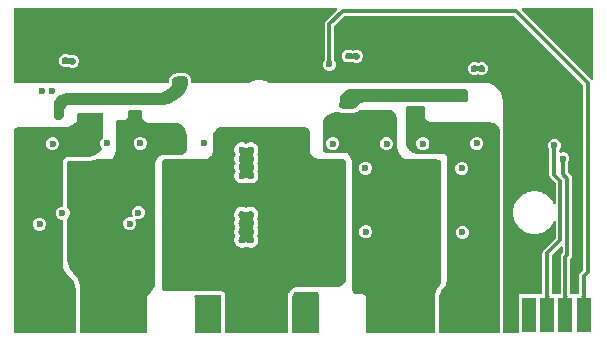
<source format=gbl>
G04*
G04 #@! TF.GenerationSoftware,Altium Limited,Altium Designer,22.5.1 (42)*
G04*
G04 Layer_Physical_Order=4*
G04 Layer_Color=16711680*
%FSLAX25Y25*%
%MOIN*%
G70*
G04*
G04 #@! TF.SameCoordinates,407AD2AB-4410-4D32-8071-BEDB4B14A2C6*
G04*
G04*
G04 #@! TF.FilePolarity,Positive*
G04*
G01*
G75*
%ADD10C,0.01000*%
%ADD13C,0.01181*%
%ADD50R,0.04724X0.11811*%
%ADD66R,0.19685X0.11811*%
%ADD67R,0.07874X0.11811*%
%ADD68C,0.02362*%
%ADD69C,0.03937*%
G36*
X464865Y367746D02*
X464884Y367518D01*
X464900Y367416D01*
X464921Y367323D01*
X464947Y367238D01*
X464978Y367162D01*
X465013Y367095D01*
X465054Y367036D01*
X465098Y366985D01*
X463445D01*
X463490Y367036D01*
X463530Y367095D01*
X463565Y367162D01*
X463596Y367238D01*
X463622Y367323D01*
X463643Y367416D01*
X463660Y367518D01*
X463672Y367628D01*
X463681Y367873D01*
X464862D01*
X464865Y367746D01*
D02*
G37*
G36*
X416545Y361933D02*
X416545D01*
X416674Y361803D01*
X416878Y361499D01*
X417018Y361160D01*
X417090Y360801D01*
X417090Y360618D01*
X417090Y360099D01*
X417090Y359624D01*
D01*
X417085Y359147D01*
X416913Y358282D01*
X416566Y357445D01*
X416063Y356692D01*
X414190Y354819D01*
X412553Y353725D01*
X410733Y352971D01*
X408801Y352587D01*
X407816Y352587D01*
X377575D01*
Y352587D01*
X377423Y352580D01*
X377126Y352520D01*
X376846Y352404D01*
X376594Y352236D01*
X376482Y352134D01*
X376482D01*
X376289Y351921D01*
X375969Y351443D01*
X375749Y350912D01*
X375637Y350348D01*
X375623Y350061D01*
Y349115D01*
X375623D01*
Y348971D01*
X375566Y348686D01*
X375455Y348419D01*
X375294Y348178D01*
X375192Y348075D01*
Y348075D01*
X375070Y347953D01*
X374783Y347761D01*
X374464Y347629D01*
X374125Y347562D01*
X373952Y347562D01*
X373426D01*
X373311Y347585D01*
X373203Y347629D01*
X373106Y347694D01*
X372401Y348399D01*
X372312Y348862D01*
Y349136D01*
X372310Y349290D01*
X372310Y351793D01*
X372320Y351994D01*
X372315Y352291D01*
X372310Y352606D01*
X372310Y352606D01*
X372345Y353092D01*
X372431Y353520D01*
X372667Y354091D01*
X373010Y354605D01*
X373603Y355197D01*
X374483Y355786D01*
X375462Y356191D01*
X376501Y356398D01*
X377030Y356398D01*
X405534Y356398D01*
X406004Y356398D01*
X406004Y356398D01*
X406004Y356398D01*
X406700Y356432D01*
X408066Y356703D01*
X409352Y357236D01*
X410509Y358010D01*
X411026Y358478D01*
X411471Y358923D01*
X411535Y358994D01*
X411642Y359153D01*
X411642Y359153D01*
X411715Y359331D01*
X411753Y359519D01*
X411757Y359615D01*
X411757Y361021D01*
X411771Y361088D01*
X411797Y361151D01*
X411835Y361207D01*
X411859Y361231D01*
X412251Y361624D01*
X412604Y361860D01*
X412996Y362022D01*
X413412Y362105D01*
X413624Y362105D01*
X416116Y362105D01*
X416545Y361933D01*
D02*
G37*
G36*
X552146Y361151D02*
X551646Y360999D01*
X551529Y361175D01*
X551529Y361175D01*
X528342Y384361D01*
X528534Y384823D01*
X552146D01*
Y361151D01*
D02*
G37*
G36*
X509425Y357776D02*
X509524Y357776D01*
X509719Y357737D01*
X509902Y357661D01*
X510068Y357551D01*
X510212Y357406D01*
X510328Y357232D01*
X510348Y357184D01*
X510449Y356728D01*
X510449Y356728D01*
X510449D01*
X510449Y356728D01*
X510447Y355966D01*
X510446Y355579D01*
X510449Y355503D01*
X510449Y355503D01*
X510449Y354621D01*
X510449Y354491D01*
X510399Y354235D01*
X510299Y353995D01*
X510154Y353779D01*
X509991Y353615D01*
X509824Y353503D01*
X509796Y353492D01*
X509339Y353387D01*
X509339Y353387D01*
X475501Y353387D01*
X475275Y353376D01*
X474833Y353288D01*
X474416Y353115D01*
X474041Y352864D01*
X473873Y352713D01*
X473873Y352713D01*
Y352713D01*
X472701Y351540D01*
X472563Y351448D01*
X472409Y351384D01*
X472246Y351352D01*
X472163Y351352D01*
X468532D01*
X468309Y351396D01*
X468100Y351483D01*
X467911Y351609D01*
X467831Y351689D01*
X467623Y351897D01*
X467554Y352001D01*
X467506Y352116D01*
X467482Y352238D01*
Y352301D01*
X467474Y352537D01*
X467474Y352694D01*
X467497Y353006D01*
X467543Y353316D01*
X467612Y353622D01*
X467657Y353771D01*
X467657Y353771D01*
Y354218D01*
X467832Y355094D01*
X468173Y355919D01*
X468646Y356627D01*
X468985Y356977D01*
X468985Y356977D01*
X468985Y356978D01*
X469348Y357310D01*
X469644Y357508D01*
X470072Y357685D01*
X470526Y357776D01*
X470758D01*
X470758Y357776D01*
X509425Y357776D01*
D02*
G37*
G36*
X484163Y350886D02*
X484395D01*
X484850Y350795D01*
X485278Y350618D01*
X485663Y350361D01*
X486037Y349986D01*
X486368Y349491D01*
X486596Y348940D01*
X486713Y348356D01*
X486713Y348058D01*
X486713Y339177D01*
X486740Y338617D01*
X486959Y337519D01*
X487387Y336484D01*
X488009Y335553D01*
X488386Y335138D01*
X488557Y334983D01*
X488940Y334727D01*
X489366Y334550D01*
X489819Y334460D01*
X490049Y334449D01*
X500091D01*
Y334449D01*
X500257D01*
X500582Y334384D01*
X500887Y334258D01*
X501162Y334074D01*
X501326Y333910D01*
X501400Y333800D01*
X501450Y333678D01*
X501476Y333548D01*
X501476Y333481D01*
X501476Y293748D01*
X501476Y293748D01*
Y293550D01*
X501399Y293160D01*
X501247Y292793D01*
X501026Y292463D01*
X500886Y292323D01*
X500554Y291956D01*
X500005Y291135D01*
X499626Y290222D01*
X499434Y289253D01*
X499409Y288758D01*
Y288742D01*
X499409Y288742D01*
Y288603D01*
X499382Y288468D01*
X499382Y287971D01*
X499382Y287971D01*
X499382Y287500D01*
Y276962D01*
X499358Y276838D01*
X499257Y276594D01*
X476397D01*
Y288386D01*
X476321Y288770D01*
X476103Y289095D01*
X475778Y289313D01*
X475394Y289389D01*
X472619D01*
X472413Y289595D01*
X472041Y290152D01*
X471784Y290771D01*
X471654Y291428D01*
Y291763D01*
Y333468D01*
X471654Y333468D01*
X471654Y333468D01*
X471634Y333863D01*
X471616Y333952D01*
X471480Y334638D01*
X471177Y335368D01*
X470738Y336026D01*
X470472Y336319D01*
X470375Y336407D01*
X470156Y336554D01*
X469912Y336655D01*
X469654Y336706D01*
X469522Y336713D01*
X462811Y336713D01*
X462681Y336738D01*
X462558Y336789D01*
X462448Y336863D01*
X462331Y336980D01*
X462221Y337145D01*
X462145Y337328D01*
X462106Y337523D01*
Y346569D01*
X462248Y347283D01*
X462527Y347956D01*
X462931Y348562D01*
X463517Y349147D01*
X464287Y349661D01*
X465143Y350016D01*
X466052Y350197D01*
X466516Y350197D01*
X467545D01*
X467562Y350185D01*
X467772Y350098D01*
X467907Y350071D01*
X468035Y350018D01*
X468258Y349974D01*
X468396D01*
X468532Y349947D01*
X472163D01*
X472246Y349947D01*
X472382Y349974D01*
X472520Y349974D01*
X472683Y350007D01*
X472769Y350042D01*
X472827Y350063D01*
X472947Y350086D01*
X472948Y350087D01*
X473100Y350150D01*
X473204Y350197D01*
X473303Y350202D01*
X473497Y350240D01*
X473497Y350240D01*
X473680Y350316D01*
X473844Y350426D01*
X473917Y350492D01*
X474011Y350586D01*
X474231Y350733D01*
X474476Y350834D01*
X474735Y350886D01*
X474868Y350886D01*
X484163Y350886D01*
Y350886D01*
D02*
G37*
G36*
X388878Y341603D02*
X388818Y341578D01*
X388209Y340969D01*
X387879Y340173D01*
Y339312D01*
X388209Y338516D01*
X388452Y338272D01*
X388342Y338008D01*
X387828Y337237D01*
X387500Y336910D01*
X387125Y336535D01*
X386245Y335947D01*
X385266Y335541D01*
X384228Y335335D01*
X383698Y335335D01*
Y335335D01*
X383698Y335335D01*
Y335335D01*
X377172Y335335D01*
X377008Y335327D01*
X376685Y335262D01*
X376380Y335136D01*
X376106Y334953D01*
X375984Y334842D01*
X375984Y334842D01*
X375984Y334842D01*
X375782Y334641D01*
X375674Y334521D01*
X375673Y334520D01*
X375653Y334490D01*
X375492Y334249D01*
X375367Y333947D01*
X375303Y333628D01*
X375295Y333465D01*
Y318701D01*
X374766D01*
X373970Y318371D01*
X373361Y317762D01*
X373031Y316966D01*
Y316105D01*
X373361Y315309D01*
X373970Y314700D01*
X374766Y314370D01*
X375295D01*
Y300000D01*
X375320Y299488D01*
X375520Y298482D01*
X375912Y297536D01*
X376482Y296684D01*
X376826Y296304D01*
X376826Y296304D01*
X376826Y296304D01*
X377596Y295534D01*
X378125Y295005D01*
X378957Y293759D01*
X379531Y292375D01*
X379823Y290906D01*
X379823Y290158D01*
X379823D01*
X379823Y290158D01*
Y276594D01*
X359271D01*
Y344670D01*
X359663Y344931D01*
X360213Y345159D01*
X360797Y345276D01*
X361095Y345276D01*
X361095Y345276D01*
X376160D01*
X376654Y345300D01*
X377623Y345493D01*
X378536Y345871D01*
X379358Y346420D01*
X379724Y346752D01*
X379813Y346850D01*
X379959Y347069D01*
X380060Y347312D01*
X380112Y347571D01*
X380118Y347702D01*
X380118Y347702D01*
Y349197D01*
X380144Y349327D01*
X380195Y349449D01*
X380268Y349559D01*
X380362Y349653D01*
X380472Y349727D01*
X380594Y349777D01*
X380724Y349803D01*
X380790Y349803D01*
X380790Y349803D01*
X388878D01*
X388878Y341603D01*
D02*
G37*
G36*
X401476Y350886D02*
X401547Y350816D01*
X401657Y350651D01*
X401666Y350629D01*
X401772Y350173D01*
X401772Y350173D01*
X401772D01*
X401772Y350173D01*
Y349006D01*
X401783Y348775D01*
X401873Y348323D01*
X402049Y347897D01*
X402306Y347514D01*
X402461Y347342D01*
X402680Y347143D01*
X403173Y346814D01*
X403721Y346587D01*
X404303Y346471D01*
X404599Y346457D01*
X413772Y346457D01*
X413938Y346457D01*
X414263Y346392D01*
X414568Y346266D01*
X414844Y346082D01*
X414961Y345965D01*
X415382Y345543D01*
X416044Y344553D01*
X416500Y343452D01*
X416732Y342283D01*
X416732Y341687D01*
X416732D01*
X416732Y341687D01*
X416732Y337901D01*
X416732Y337735D01*
X416668Y337411D01*
X416541Y337105D01*
X416357Y336830D01*
X416030Y336502D01*
X415534Y336171D01*
X414984Y335943D01*
X414399Y335827D01*
X408332Y335827D01*
X408201Y335820D01*
X407942Y335769D01*
X407699Y335668D01*
X407480Y335522D01*
X407382Y335433D01*
X407116Y335140D01*
X406677Y334483D01*
X406374Y333752D01*
X406238Y333066D01*
X406220Y332977D01*
X406201Y332582D01*
X406201Y332582D01*
X406201Y332582D01*
X406201Y294003D01*
X406201Y293407D01*
X405968Y292239D01*
X405512Y291138D01*
X404850Y290147D01*
X404429Y289726D01*
X404429Y289726D01*
X404194Y289323D01*
X404144Y289313D01*
X403818Y289095D01*
X403601Y288770D01*
X403524Y288386D01*
Y276594D01*
X381228D01*
Y290158D01*
X381228Y290158D01*
X381228Y290906D01*
X381201Y291042D01*
Y291180D01*
X381102Y291675D01*
Y291687D01*
X381073Y292280D01*
X380842Y293443D01*
X380388Y294539D01*
X379729Y295525D01*
X379331Y295965D01*
X379331Y295965D01*
X378722Y296573D01*
X377766Y298004D01*
X377107Y299594D01*
X376772Y301282D01*
Y302143D01*
Y314491D01*
X377245Y314964D01*
X377582Y315548D01*
X377756Y316198D01*
Y316872D01*
X377582Y317523D01*
X377245Y318107D01*
X376772Y318580D01*
Y333635D01*
X376783Y333653D01*
X376800Y333672D01*
X376953Y333824D01*
X376973Y333843D01*
X377046Y333891D01*
X377094Y333911D01*
X377180Y333928D01*
X377207Y333930D01*
X383698Y333930D01*
X384228Y333930D01*
X384363Y333957D01*
X384502D01*
X385541Y334163D01*
X385668Y334216D01*
X385804Y334243D01*
X386776Y334646D01*
X391831D01*
X392096Y334939D01*
X392536Y335596D01*
X392838Y336327D01*
X392992Y337102D01*
X393012Y337497D01*
X393012Y337497D01*
Y346752D01*
X393012Y346799D01*
X393030Y346891D01*
X393066Y346977D01*
X393118Y347055D01*
X393151Y347088D01*
X393209Y347146D01*
X393326Y347263D01*
X393601Y347447D01*
X393907Y347573D01*
X394231Y347638D01*
X394397Y347638D01*
X394397Y347638D01*
X395801D01*
X395933Y347644D01*
X396192Y347696D01*
X396435Y347797D01*
X396654Y347943D01*
X396752Y348031D01*
X396863Y348154D01*
X397046Y348428D01*
X397172Y348732D01*
X397236Y349055D01*
X397244Y349220D01*
X397244Y349220D01*
Y350511D01*
X397363Y350644D01*
X397485Y350766D01*
X397619Y350886D01*
X401476Y350886D01*
D02*
G37*
G36*
X539978Y338165D02*
X539938Y338106D01*
X539903Y338038D01*
X539872Y337962D01*
X539846Y337877D01*
X539825Y337784D01*
X539808Y337683D01*
X539797Y337573D01*
X539787Y337327D01*
X538606D01*
X538604Y337454D01*
X538585Y337683D01*
X538568Y337784D01*
X538547Y337877D01*
X538521Y337962D01*
X538490Y338038D01*
X538455Y338106D01*
X538415Y338165D01*
X538370Y338215D01*
X540023D01*
X539978Y338165D01*
D02*
G37*
G36*
X455759Y345177D02*
X455958Y345177D01*
X456347Y345100D01*
X456714Y344948D01*
X457045Y344727D01*
X457302Y344470D01*
X457486Y344194D01*
X457613Y343889D01*
X457619Y343857D01*
X457677Y343399D01*
Y343398D01*
X457677D01*
X457677Y343398D01*
X457659Y337500D01*
X457659Y337381D01*
X457677Y337008D01*
X457677D01*
X457682Y336915D01*
X457718Y336732D01*
X457789Y336560D01*
X457893Y336405D01*
X457956Y336336D01*
X457956D01*
X458957Y335335D01*
X459128Y335180D01*
X459511Y334923D01*
X459937Y334747D01*
X460390Y334657D01*
X460620Y334646D01*
X468538Y334646D01*
X468670Y334646D01*
X468930Y334594D01*
X469174Y334493D01*
X469395Y334346D01*
X469488Y334252D01*
X469558Y334182D01*
X469669Y334017D01*
X469678Y333995D01*
X469783Y333539D01*
X469783Y333539D01*
X469783D01*
X469783Y333539D01*
X469783Y296167D01*
X469775Y295703D01*
X469775Y295703D01*
X469775Y295703D01*
X469775Y295703D01*
X469783Y294675D01*
X469783Y294443D01*
X469693Y293989D01*
X469516Y293561D01*
X469258Y293176D01*
X468790Y292708D01*
X468075Y292230D01*
X467280Y291900D01*
X466436Y291732D01*
X453099Y291732D01*
X452901Y291722D01*
X452514Y291645D01*
X452148Y291494D01*
X451820Y291275D01*
X451673Y291142D01*
X451474Y290922D01*
X451145Y290429D01*
X450951Y289961D01*
X450405D01*
Y276594D01*
X429539D01*
Y289961D01*
X429232D01*
X429061Y290116D01*
X428678Y290372D01*
X428252Y290548D01*
X427800Y290638D01*
X427569Y290650D01*
X427569Y290650D01*
X427569Y290650D01*
X427569Y290650D01*
X409176D01*
X408982Y290688D01*
X408798Y290764D01*
X408633Y290875D01*
X408516Y290992D01*
X408443Y291102D01*
X408392Y291224D01*
X408366Y291354D01*
X408366Y291420D01*
Y332842D01*
X408366Y333042D01*
X408444Y333435D01*
X408597Y333805D01*
X408820Y334138D01*
X408961Y334279D01*
X409033Y334351D01*
X409103Y334421D01*
X409104Y334422D01*
X414399Y334422D01*
X414535Y334449D01*
X414674D01*
X415258Y334565D01*
X415386Y334618D01*
X415521Y334645D01*
X415523Y334646D01*
X423241D01*
X423378Y334652D01*
X423645Y334705D01*
X423897Y334810D01*
X424123Y334961D01*
X424224Y335053D01*
X424670Y335498D01*
X424811Y335654D01*
X425043Y336002D01*
X425203Y336388D01*
X425285Y336799D01*
X425295Y337008D01*
X425295Y337008D01*
Y342042D01*
X425437Y342756D01*
X425716Y343428D01*
X426121Y344034D01*
X426378Y344291D01*
X426589Y344502D01*
X427084Y344833D01*
X427634Y345061D01*
X428219Y345177D01*
X428516D01*
X428516Y345177D01*
X455759Y345177D01*
D02*
G37*
G36*
X542867Y333775D02*
X542827Y333716D01*
X542792Y333649D01*
X542761Y333573D01*
X542735Y333488D01*
X542714Y333395D01*
X542697Y333293D01*
X542685Y333183D01*
X542676Y332938D01*
X541495D01*
X541492Y333065D01*
X541473Y333293D01*
X541457Y333395D01*
X541436Y333488D01*
X541410Y333573D01*
X541379Y333649D01*
X541343Y333716D01*
X541303Y333775D01*
X541258Y333826D01*
X542912D01*
X542867Y333775D01*
D02*
G37*
G36*
X466933Y384361D02*
X463136Y380564D01*
X462788Y380044D01*
X462666Y379429D01*
X462666Y379429D01*
Y367662D01*
X462665Y367652D01*
X462658Y367609D01*
X462652Y367585D01*
X462436Y367368D01*
X462106Y366572D01*
Y365711D01*
X462436Y364915D01*
X463045Y364306D01*
X463841Y363976D01*
X464702D01*
X465498Y364306D01*
X466107Y364915D01*
X466437Y365711D01*
Y366572D01*
X466107Y367368D01*
X465891Y367585D01*
X465885Y367609D01*
X465880Y367640D01*
X465877Y367676D01*
Y378764D01*
X469464Y382351D01*
X525811D01*
X548788Y359374D01*
Y297417D01*
X547892Y296521D01*
X547544Y296000D01*
X547422Y295386D01*
X547422Y295386D01*
Y289567D01*
X544530D01*
Y301255D01*
X544738Y301462D01*
X544738Y301462D01*
X545086Y301983D01*
X545208Y302598D01*
X545208Y302598D01*
Y328045D01*
X545208Y328045D01*
X545086Y328659D01*
X544738Y329180D01*
X544738Y329180D01*
X543691Y330227D01*
Y333149D01*
X543692Y333159D01*
X543699Y333202D01*
X543704Y333226D01*
X543921Y333443D01*
X544251Y334239D01*
Y335100D01*
X543921Y335896D01*
X543312Y336505D01*
X542516Y336835D01*
X541655D01*
X541302Y336689D01*
X540802Y337023D01*
Y337539D01*
X540803Y337548D01*
X540810Y337592D01*
X540816Y337615D01*
X541032Y337832D01*
X541362Y338628D01*
Y339489D01*
X541032Y340285D01*
X540423Y340894D01*
X539627Y341224D01*
X538766D01*
X537970Y340894D01*
X537361Y340285D01*
X537031Y339489D01*
Y338628D01*
X537361Y337832D01*
X537577Y337615D01*
X537583Y337592D01*
X537588Y337561D01*
X537591Y337524D01*
Y329129D01*
X537591Y329129D01*
X537713Y328514D01*
X538061Y327993D01*
X539635Y326420D01*
Y319576D01*
X539135Y319476D01*
X538926Y319979D01*
X538871Y320061D01*
X538834Y320152D01*
X538166Y321152D01*
X538096Y321222D01*
X538041Y321304D01*
X537191Y322154D01*
X537109Y322209D01*
X537039Y322279D01*
X536039Y322946D01*
X535948Y322984D01*
X535866Y323039D01*
X534755Y323499D01*
X534658Y323518D01*
X534567Y323556D01*
X533388Y323791D01*
X533289D01*
X533192Y323810D01*
X531990D01*
X531893Y323791D01*
X531795D01*
X530616Y323556D01*
X530524Y323518D01*
X530427Y323499D01*
X529317Y323039D01*
X529235Y322984D01*
X529143Y322946D01*
X528144Y322279D01*
X528074Y322209D01*
X527992Y322154D01*
X527142Y321304D01*
X527087Y321222D01*
X527017Y321152D01*
X526349Y320152D01*
X526311Y320061D01*
X526256Y319979D01*
X525796Y318868D01*
X525777Y318771D01*
X525739Y318680D01*
X525505Y317501D01*
Y317402D01*
X525485Y317305D01*
Y316103D01*
X525505Y316006D01*
Y315907D01*
X525739Y314728D01*
X525777Y314637D01*
X525796Y314540D01*
X526256Y313430D01*
X526311Y313347D01*
X526349Y313256D01*
X527017Y312257D01*
X527087Y312187D01*
X527142Y312105D01*
X527992Y311255D01*
X528074Y311200D01*
X528144Y311130D01*
X529143Y310462D01*
X529235Y310424D01*
X529317Y310369D01*
X530427Y309909D01*
X530524Y309890D01*
X530616Y309852D01*
X531795Y309617D01*
X531893D01*
X531990Y309598D01*
X533192D01*
X533289Y309617D01*
X533388D01*
X534567Y309852D01*
X534658Y309890D01*
X534755Y309909D01*
X535866Y310369D01*
X535948Y310424D01*
X536039Y310462D01*
X537039Y311130D01*
X537109Y311200D01*
X537191Y311255D01*
X538041Y312105D01*
X538096Y312187D01*
X538166Y312257D01*
X538834Y313256D01*
X538871Y313347D01*
X538926Y313430D01*
X539135Y313932D01*
X539635Y313833D01*
Y308145D01*
X535687Y304198D01*
X535339Y303677D01*
X535217Y303063D01*
X535217Y303063D01*
Y289567D01*
X527374D01*
Y276594D01*
X522218D01*
Y353284D01*
X522186Y353934D01*
X521932Y355208D01*
X521435Y356409D01*
X520713Y357490D01*
X520276Y357972D01*
X520276Y357972D01*
X519762Y358437D01*
X518612Y359206D01*
X517334Y359735D01*
X515977Y360005D01*
X515286Y360039D01*
X444008D01*
X442963Y360472D01*
X442866Y360491D01*
X442775Y360529D01*
X441596Y360764D01*
X441497D01*
X441400Y360783D01*
X440198D01*
X440101Y360764D01*
X440002D01*
X438824Y360529D01*
X438732Y360491D01*
X438635Y360472D01*
X437590Y360039D01*
X418576D01*
X418093Y360099D01*
X418093Y360618D01*
X418093Y360801D01*
X418074Y360898D01*
Y360997D01*
X418002Y361356D01*
X417965Y361447D01*
X417945Y361544D01*
X417805Y361883D01*
X417750Y361965D01*
X417712Y362056D01*
X417509Y362361D01*
X417439Y362431D01*
X417384Y362513D01*
X417254Y362642D01*
X417250Y362646D01*
X417247Y362650D01*
X417088Y362754D01*
X416929Y362860D01*
X416923Y362861D01*
X416919Y362864D01*
X416490Y363036D01*
X416302Y363071D01*
X416116Y363108D01*
X413624Y363108D01*
X413412Y363108D01*
X413315Y363089D01*
X413216D01*
X412800Y363006D01*
X412709Y362968D01*
X412612Y362949D01*
X412220Y362787D01*
X412138Y362732D01*
X412046Y362694D01*
X411694Y362458D01*
X411624Y362389D01*
X411542Y362334D01*
X411149Y361941D01*
X411149Y361941D01*
X411149Y361941D01*
X411125Y361917D01*
X411070Y361835D01*
X411000Y361765D01*
X410962Y361708D01*
X410924Y361617D01*
X410870Y361535D01*
X410844Y361472D01*
X410824Y361375D01*
X410813Y361347D01*
Y361347D01*
X410786Y361283D01*
X410773Y361217D01*
Y361118D01*
X410754Y361021D01*
X410754Y360039D01*
X359271D01*
Y384823D01*
X466742D01*
X466933Y384361D01*
D02*
G37*
G36*
X541997Y305313D02*
Y303263D01*
X541789Y303056D01*
X541441Y302535D01*
X541319Y301920D01*
X541319Y301920D01*
Y289567D01*
X538428D01*
Y302398D01*
X541535Y305504D01*
X541997Y305313D01*
D02*
G37*
G36*
X549624Y289527D02*
X549641Y289327D01*
X549671Y289149D01*
X549712Y288996D01*
X549765Y288866D01*
X549830Y288760D01*
X549907Y288677D01*
X549996Y288618D01*
X550096Y288582D01*
X550208Y288571D01*
X547846D01*
X547958Y288582D01*
X548059Y288618D01*
X548147Y288677D01*
X548224Y288760D01*
X548289Y288866D01*
X548342Y288996D01*
X548384Y289149D01*
X548413Y289327D01*
X548431Y289527D01*
X548437Y289752D01*
X549618D01*
X549624Y289527D01*
D02*
G37*
G36*
X543521D02*
X543539Y289327D01*
X543569Y289149D01*
X543610Y288996D01*
X543663Y288866D01*
X543728Y288760D01*
X543805Y288677D01*
X543893Y288618D01*
X543994Y288582D01*
X544106Y288571D01*
X541744D01*
X541856Y288582D01*
X541956Y288618D01*
X542045Y288677D01*
X542122Y288760D01*
X542187Y288866D01*
X542240Y288996D01*
X542281Y289149D01*
X542311Y289327D01*
X542328Y289527D01*
X542334Y289752D01*
X543515D01*
X543521Y289527D01*
D02*
G37*
G36*
X537419D02*
X537437Y289327D01*
X537466Y289149D01*
X537507Y288996D01*
X537561Y288866D01*
X537626Y288760D01*
X537702Y288677D01*
X537791Y288618D01*
X537891Y288582D01*
X538004Y288571D01*
X535641D01*
X535754Y288582D01*
X535854Y288618D01*
X535943Y288677D01*
X536019Y288760D01*
X536084Y288866D01*
X536137Y288996D01*
X536179Y289149D01*
X536208Y289327D01*
X536226Y289527D01*
X536232Y289752D01*
X537413D01*
X537419Y289527D01*
D02*
G37*
G36*
X495711Y352367D02*
X495711Y352367D01*
X495853Y352155D01*
X495951Y351919D01*
X496001Y351668D01*
X496000Y351540D01*
X496001Y348699D01*
X496006Y348588D01*
X496049Y348370D01*
X496135Y348164D01*
X496258Y347979D01*
X496333Y347896D01*
X496599Y347656D01*
X497193Y347258D01*
X497855Y346984D01*
X498557Y346845D01*
X498914Y346827D01*
X515551D01*
X517424Y346850D01*
X517424Y346850D01*
X517424Y346850D01*
X517425D01*
X517886Y346837D01*
X518600Y346695D01*
X519334Y346391D01*
X519995Y345950D01*
X520510Y345435D01*
X520877Y344885D01*
X521131Y344273D01*
X521260Y343624D01*
Y343293D01*
X521260Y276594D01*
X500787D01*
Y287500D01*
X500787Y287971D01*
X500787Y287971D01*
X500787Y287971D01*
X500787Y288468D01*
X500981Y289441D01*
X501361Y290359D01*
X501913Y291184D01*
X502264Y291535D01*
X502529Y291828D01*
X502967Y292484D01*
X503269Y293213D01*
X503423Y293986D01*
X503442Y294381D01*
X503442Y335298D01*
X503442Y335298D01*
X503442Y335298D01*
X503440Y335351D01*
X503419Y335455D01*
X503419Y335455D01*
X503379Y335553D01*
X503379Y335553D01*
X503320Y335641D01*
X503320Y335641D01*
X503284Y335680D01*
X503284Y335680D01*
X503237Y335723D01*
X503119Y335829D01*
X502750Y336076D01*
X502339Y336246D01*
X501903Y336333D01*
X501681Y336344D01*
X493558Y336344D01*
X493239Y336344D01*
X492613Y336469D01*
X492024Y336713D01*
X491493Y337067D01*
X491268Y337293D01*
X490879Y337681D01*
X490268Y338595D01*
X489848Y339611D01*
X489633Y340689D01*
Y351354D01*
X489675Y351564D01*
X489757Y351762D01*
X489877Y351941D01*
X490319Y352383D01*
X495695D01*
X495711Y352367D01*
D02*
G37*
G36*
X460302Y290243D02*
X460505Y289941D01*
X460644Y289604D01*
X460715Y289247D01*
Y289066D01*
Y288811D01*
X460687Y288770D01*
X460611Y288386D01*
Y276594D01*
X451810D01*
Y288878D01*
X451944Y288967D01*
Y288967D01*
X451944D01*
X452005Y289058D01*
X452249Y289423D01*
X452390Y289763D01*
X452585Y290055D01*
X452668Y290147D01*
X452687Y290164D01*
X452814Y290249D01*
X452923Y290295D01*
X453074Y290324D01*
X453133Y290327D01*
X460218Y290327D01*
X460302Y290243D01*
D02*
G37*
G36*
X427627Y289240D02*
X427842Y289197D01*
X428012Y289127D01*
X428134Y289045D01*
Y276594D01*
X419311D01*
Y288386D01*
X419239Y288745D01*
X419238Y288776D01*
X419518Y289245D01*
X427534D01*
X427627Y289240D01*
D02*
G37*
%LPC*%
G36*
X465844Y341820D02*
X464983D01*
X464187Y341491D01*
X463578Y340882D01*
X463248Y340086D01*
Y339224D01*
X463578Y338428D01*
X464187Y337819D01*
X464983Y337490D01*
X465844D01*
X466640Y337819D01*
X467249Y338428D01*
X467579Y339224D01*
Y340086D01*
X467249Y340882D01*
X466640Y341491D01*
X465844Y341820D01*
D02*
G37*
G36*
X483727Y341738D02*
X482865D01*
X482069Y341408D01*
X481460Y340799D01*
X481130Y340003D01*
Y339142D01*
X481460Y338346D01*
X482069Y337737D01*
X482865Y337407D01*
X483727D01*
X484522Y337737D01*
X485132Y338346D01*
X485461Y339142D01*
Y340003D01*
X485132Y340799D01*
X484522Y341408D01*
X483727Y341738D01*
D02*
G37*
G36*
X476693Y333676D02*
X475832D01*
X475036Y333347D01*
X474427Y332738D01*
X474097Y331942D01*
Y331080D01*
X474427Y330284D01*
X475036Y329675D01*
X475832Y329346D01*
X476693D01*
X477489Y329675D01*
X478098Y330284D01*
X478428Y331080D01*
Y331942D01*
X478098Y332738D01*
X477489Y333347D01*
X476693Y333676D01*
D02*
G37*
G36*
X476830Y312401D02*
X475969D01*
X475173Y312071D01*
X474564Y311462D01*
X474234Y310666D01*
Y309805D01*
X474564Y309009D01*
X475173Y308400D01*
X475969Y308070D01*
X476830D01*
X477626Y308400D01*
X478235Y309009D01*
X478565Y309805D01*
Y310666D01*
X478235Y311462D01*
X477626Y312071D01*
X476830Y312401D01*
D02*
G37*
G36*
X372476Y341756D02*
X371615D01*
X370819Y341427D01*
X370210Y340818D01*
X369880Y340022D01*
Y339160D01*
X370210Y338365D01*
X370819Y337755D01*
X371615Y337426D01*
X372476D01*
X373272Y337755D01*
X373881Y338365D01*
X374211Y339160D01*
Y340022D01*
X373881Y340818D01*
X373272Y341427D01*
X372476Y341756D01*
D02*
G37*
G36*
X368049Y315021D02*
X367187D01*
X366391Y314691D01*
X365782Y314082D01*
X365453Y313286D01*
Y312425D01*
X365782Y311629D01*
X366391Y311020D01*
X367187Y310690D01*
X368049D01*
X368845Y311020D01*
X369454Y311629D01*
X369783Y312425D01*
Y313286D01*
X369454Y314082D01*
X368845Y314691D01*
X368049Y315021D01*
D02*
G37*
G36*
X401547Y342028D02*
X400685D01*
X399889Y341698D01*
X399280Y341089D01*
X398951Y340293D01*
Y339432D01*
X399280Y338636D01*
X399889Y338026D01*
X400685Y337697D01*
X401547D01*
X402343Y338026D01*
X402952Y338636D01*
X403281Y339432D01*
Y340293D01*
X402952Y341089D01*
X402343Y341698D01*
X401547Y342028D01*
D02*
G37*
G36*
X401021Y318799D02*
X400160D01*
X399364Y318470D01*
X398755Y317860D01*
X398425Y317065D01*
Y316203D01*
X398723Y315483D01*
X398577Y315248D01*
X398391Y315080D01*
X398167Y315173D01*
X397305D01*
X396510Y314843D01*
X395901Y314234D01*
X395571Y313438D01*
Y312576D01*
X395901Y311781D01*
X396510Y311171D01*
X397305Y310842D01*
X398167D01*
X398963Y311171D01*
X399572Y311781D01*
X399902Y312576D01*
Y313438D01*
X399603Y314158D01*
X399749Y314393D01*
X399936Y314561D01*
X400160Y314469D01*
X401021D01*
X401817Y314798D01*
X402426Y315407D01*
X402756Y316203D01*
Y317065D01*
X402426Y317860D01*
X401817Y318470D01*
X401021Y318799D01*
D02*
G37*
G36*
X438354Y340058D02*
X437680D01*
X437030Y339884D01*
X436574Y339621D01*
X436118Y339884D01*
X435467Y340058D01*
X434793D01*
X434142Y339884D01*
X433559Y339547D01*
X433082Y339070D01*
X432746Y338487D01*
X432571Y337836D01*
Y337162D01*
X432746Y336511D01*
X432991Y336087D01*
X432746Y335663D01*
X432571Y335012D01*
Y334338D01*
X432746Y333687D01*
X432991Y333263D01*
X432746Y332839D01*
X432571Y332188D01*
Y331514D01*
X432746Y330863D01*
X432991Y330439D01*
X432746Y330015D01*
X432571Y329364D01*
Y328690D01*
X432746Y328039D01*
X433082Y327456D01*
X433559Y326979D01*
X434142Y326642D01*
X434793Y326468D01*
X435467D01*
X436118Y326642D01*
X436574Y326906D01*
X437030Y326642D01*
X437680Y326468D01*
X438354D01*
X439005Y326642D01*
X439589Y326979D01*
X440065Y327456D01*
X440402Y328039D01*
X440577Y328690D01*
Y329364D01*
X440402Y330015D01*
X440157Y330439D01*
X440402Y330863D01*
X440577Y331514D01*
Y332188D01*
X440402Y332839D01*
X440157Y333263D01*
X440402Y333687D01*
X440577Y334338D01*
Y335012D01*
X440402Y335663D01*
X440157Y336087D01*
X440402Y336511D01*
X440577Y337162D01*
Y337836D01*
X440402Y338487D01*
X440065Y339070D01*
X439589Y339547D01*
X439005Y339884D01*
X438354Y340058D01*
D02*
G37*
G36*
X438289Y318602D02*
X437616D01*
X436965Y318428D01*
X436496Y318157D01*
X436027Y318428D01*
X435376Y318602D01*
X434702D01*
X434052Y318428D01*
X433468Y318091D01*
X432992Y317615D01*
X432655Y317031D01*
X432480Y316380D01*
Y315706D01*
X432655Y315055D01*
X432902Y314628D01*
X432655Y314200D01*
X432480Y313549D01*
Y312875D01*
X432655Y312224D01*
X432902Y311796D01*
X432655Y311369D01*
X432480Y310718D01*
Y310044D01*
X432655Y309393D01*
X432902Y308965D01*
X432655Y308538D01*
X432480Y307887D01*
Y307213D01*
X432655Y306562D01*
X432992Y305978D01*
X433468Y305502D01*
X434052Y305165D01*
X434702Y304991D01*
X435376D01*
X436027Y305165D01*
X436496Y305436D01*
X436965Y305165D01*
X437616Y304991D01*
X438289D01*
X438940Y305165D01*
X439524Y305502D01*
X440000Y305978D01*
X440337Y306562D01*
X440512Y307213D01*
Y307887D01*
X440337Y308538D01*
X440090Y308965D01*
X440337Y309393D01*
X440512Y310044D01*
Y310718D01*
X440337Y311369D01*
X440090Y311796D01*
X440337Y312224D01*
X440512Y312875D01*
Y313549D01*
X440337Y314200D01*
X440090Y314628D01*
X440337Y315055D01*
X440512Y315706D01*
Y316380D01*
X440337Y317031D01*
X440000Y317615D01*
X439524Y318091D01*
X438940Y318428D01*
X438289Y318602D01*
D02*
G37*
%LPD*%
G36*
X438463Y338575D02*
X438726Y338423D01*
X438941Y338208D01*
X439093Y337945D01*
X439172Y337651D01*
Y337347D01*
X439093Y337054D01*
X438940Y336790D01*
X438881Y336616D01*
X438800Y336451D01*
X438794Y336358D01*
X438764Y336270D01*
X438776Y336087D01*
X438764Y335904D01*
X438794Y335816D01*
X438800Y335723D01*
X438881Y335559D01*
X438940Y335385D01*
X439093Y335121D01*
X439172Y334827D01*
Y334523D01*
X439093Y334230D01*
X438940Y333966D01*
X438881Y333792D01*
X438800Y333627D01*
X438794Y333534D01*
X438764Y333447D01*
X438776Y333263D01*
X438764Y333080D01*
X438794Y332992D01*
X438800Y332899D01*
X438881Y332735D01*
X438940Y332561D01*
X439093Y332297D01*
X439172Y332003D01*
Y331699D01*
X439093Y331406D01*
X438940Y331142D01*
X438881Y330968D01*
X438800Y330803D01*
X438794Y330710D01*
X438764Y330623D01*
X438776Y330439D01*
X438764Y330256D01*
X438794Y330168D01*
X438800Y330076D01*
X438881Y329911D01*
X438940Y329737D01*
X439093Y329473D01*
X439172Y329179D01*
Y328875D01*
X439093Y328582D01*
X438941Y328319D01*
X438726Y328104D01*
X438463Y327952D01*
X438169Y327873D01*
X437865D01*
X437572Y327952D01*
X437276Y328122D01*
X437102Y328182D01*
X436938Y328263D01*
X436845Y328269D01*
X436757Y328299D01*
X436574Y328287D01*
X436390Y328299D01*
X436303Y328269D01*
X436210Y328263D01*
X436045Y328182D01*
X435871Y328122D01*
X435576Y327952D01*
X435282Y327873D01*
X434978D01*
X434685Y327952D01*
X434422Y328104D01*
X434207Y328319D01*
X434055Y328582D01*
X433976Y328875D01*
Y329179D01*
X434055Y329473D01*
X434207Y329737D01*
X434266Y329911D01*
X434348Y330076D01*
X434354Y330168D01*
X434383Y330256D01*
X434372Y330439D01*
X434383Y330623D01*
X434354Y330710D01*
X434348Y330803D01*
X434266Y330968D01*
X434207Y331142D01*
X434055Y331406D01*
X433976Y331699D01*
Y332003D01*
X434055Y332297D01*
X434207Y332561D01*
X434266Y332735D01*
X434348Y332899D01*
X434354Y332992D01*
X434383Y333080D01*
X434372Y333263D01*
X434383Y333447D01*
X434354Y333534D01*
X434348Y333627D01*
X434266Y333792D01*
X434207Y333966D01*
X434055Y334230D01*
X433976Y334523D01*
Y334827D01*
X434055Y335121D01*
X434207Y335385D01*
X434266Y335559D01*
X434348Y335723D01*
X434354Y335816D01*
X434383Y335904D01*
X434372Y336087D01*
X434383Y336270D01*
X434354Y336358D01*
X434348Y336451D01*
X434266Y336616D01*
X434207Y336790D01*
X434055Y337054D01*
X433976Y337347D01*
Y337651D01*
X434055Y337945D01*
X434207Y338208D01*
X434422Y338423D01*
X434685Y338575D01*
X434978Y338653D01*
X435282D01*
X435576Y338575D01*
X435871Y338404D01*
X436045Y338345D01*
X436210Y338264D01*
X436303Y338258D01*
X436390Y338228D01*
X436574Y338240D01*
X436757Y338228D01*
X436845Y338258D01*
X436938Y338264D01*
X437102Y338345D01*
X437276Y338404D01*
X437572Y338575D01*
X437865Y338653D01*
X438169D01*
X438463Y338575D01*
D02*
G37*
G36*
X438398Y317119D02*
X438661Y316967D01*
X438876Y316752D01*
X439028Y316489D01*
X439107Y316195D01*
Y315891D01*
X439028Y315598D01*
X438873Y315330D01*
X438814Y315156D01*
X438733Y314991D01*
X438727Y314899D01*
X438697Y314811D01*
X438709Y314628D01*
X438697Y314444D01*
X438727Y314357D01*
X438733Y314264D01*
X438814Y314099D01*
X438873Y313925D01*
X439028Y313658D01*
X439107Y313364D01*
Y313060D01*
X439028Y312767D01*
X438873Y312499D01*
X438814Y312325D01*
X438733Y312160D01*
X438727Y312068D01*
X438697Y311980D01*
X438709Y311796D01*
X438697Y311613D01*
X438727Y311525D01*
X438733Y311433D01*
X438814Y311268D01*
X438873Y311094D01*
X439028Y310826D01*
X439107Y310533D01*
Y310229D01*
X439028Y309935D01*
X438873Y309668D01*
X438814Y309494D01*
X438733Y309329D01*
X438727Y309237D01*
X438697Y309149D01*
X438709Y308965D01*
X438697Y308782D01*
X438727Y308694D01*
X438733Y308602D01*
X438814Y308437D01*
X438873Y308263D01*
X439028Y307995D01*
X439107Y307702D01*
Y307398D01*
X439028Y307104D01*
X438876Y306841D01*
X438661Y306626D01*
X438398Y306474D01*
X438104Y306396D01*
X437801D01*
X437507Y306474D01*
X437198Y306652D01*
X437024Y306712D01*
X436860Y306793D01*
X436767Y306799D01*
X436679Y306829D01*
X436496Y306817D01*
X436313Y306829D01*
X436225Y306799D01*
X436132Y306793D01*
X435967Y306712D01*
X435793Y306652D01*
X435485Y306474D01*
X435191Y306396D01*
X434887D01*
X434594Y306474D01*
X434331Y306626D01*
X434116Y306841D01*
X433964Y307104D01*
X433885Y307398D01*
Y307702D01*
X433964Y307995D01*
X434119Y308263D01*
X434177Y308437D01*
X434259Y308602D01*
X434265Y308694D01*
X434295Y308782D01*
X434283Y308965D01*
X434295Y309149D01*
X434265Y309237D01*
X434259Y309329D01*
X434177Y309494D01*
X434119Y309668D01*
X433964Y309935D01*
X433885Y310229D01*
Y310533D01*
X433964Y310826D01*
X434119Y311094D01*
X434177Y311268D01*
X434259Y311433D01*
X434265Y311525D01*
X434295Y311613D01*
X434283Y311796D01*
X434295Y311980D01*
X434265Y312068D01*
X434259Y312160D01*
X434177Y312325D01*
X434119Y312499D01*
X433964Y312767D01*
X433885Y313060D01*
Y313364D01*
X433964Y313658D01*
X434119Y313925D01*
X434177Y314099D01*
X434259Y314264D01*
X434265Y314357D01*
X434295Y314444D01*
X434283Y314628D01*
X434295Y314811D01*
X434265Y314899D01*
X434259Y314991D01*
X434177Y315156D01*
X434119Y315330D01*
X433964Y315598D01*
X433885Y315891D01*
Y316195D01*
X433964Y316489D01*
X434116Y316752D01*
X434331Y316967D01*
X434594Y317119D01*
X434887Y317197D01*
X435191D01*
X435485Y317119D01*
X435793Y316941D01*
X435967Y316881D01*
X436132Y316800D01*
X436225Y316794D01*
X436313Y316764D01*
X436496Y316776D01*
X436679Y316764D01*
X436767Y316794D01*
X436860Y316800D01*
X437024Y316881D01*
X437198Y316941D01*
X437507Y317119D01*
X437801Y317197D01*
X438104D01*
X438398Y317119D01*
D02*
G37*
%LPC*%
G36*
X471128Y371051D02*
X470266D01*
X469470Y370721D01*
X468861Y370112D01*
X468532Y369316D01*
Y368455D01*
X468861Y367659D01*
X469470Y367050D01*
X470266Y366720D01*
X471128D01*
X471923Y367050D01*
X471932Y367058D01*
X471949Y367040D01*
X472745Y366711D01*
X473606D01*
X474402Y367040D01*
X475011Y367650D01*
X475341Y368445D01*
Y369307D01*
X475011Y370103D01*
X474402Y370712D01*
X473606Y371041D01*
X472745D01*
X471949Y370712D01*
X471941Y370704D01*
X471923Y370721D01*
X471128Y371051D01*
D02*
G37*
G36*
X376630Y369390D02*
X375769D01*
X374973Y369060D01*
X374364Y368451D01*
X374035Y367655D01*
Y366794D01*
X374364Y365998D01*
X374973Y365389D01*
X375769Y365059D01*
X376630D01*
X377293Y365334D01*
X377295Y365331D01*
X378091Y365002D01*
X378953D01*
X379749Y365331D01*
X380358Y365940D01*
X380687Y366736D01*
Y367598D01*
X380358Y368394D01*
X379749Y369003D01*
X378953Y369332D01*
X378091D01*
X377429Y369058D01*
X377426Y369060D01*
X376630Y369390D01*
D02*
G37*
G36*
X512992Y366836D02*
X512130D01*
X511335Y366507D01*
X510725Y365897D01*
X510396Y365102D01*
Y364240D01*
X510725Y363444D01*
X511335Y362835D01*
X512130Y362506D01*
X512992D01*
X513788Y362835D01*
X513796Y362843D01*
X513814Y362826D01*
X514609Y362496D01*
X515471D01*
X516267Y362826D01*
X516876Y363435D01*
X517205Y364231D01*
Y365092D01*
X516876Y365888D01*
X516267Y366497D01*
X515471Y366827D01*
X514609D01*
X513814Y366497D01*
X513805Y366489D01*
X513788Y366507D01*
X512992Y366836D01*
D02*
G37*
%LPD*%
G36*
X471516Y369804D02*
X471557Y369777D01*
X471941Y369700D01*
X472325Y369777D01*
X472344Y369789D01*
X472945Y370038D01*
X473407D01*
X473834Y369861D01*
X474161Y369534D01*
X474338Y369107D01*
Y368645D01*
X474161Y368218D01*
X473834Y367891D01*
X473407Y367714D01*
X472945D01*
X472356Y367958D01*
X472316Y367985D01*
X471932Y368062D01*
X471548Y367985D01*
X471529Y367973D01*
X470928Y367724D01*
X470466D01*
X470039Y367901D01*
X469712Y368228D01*
X469535Y368655D01*
Y369117D01*
X469712Y369544D01*
X470039Y369871D01*
X470466Y370047D01*
X470928D01*
X471516Y369804D01*
D02*
G37*
G36*
X377040Y368134D02*
X377045Y368131D01*
X377429Y368054D01*
X377813Y368131D01*
X377813Y368131D01*
X378291Y368329D01*
X378753D01*
X379180Y368152D01*
X379507Y367825D01*
X379684Y367398D01*
Y366936D01*
X379507Y366509D01*
X379180Y366182D01*
X378753Y366005D01*
X378291D01*
X377682Y366257D01*
X377677Y366261D01*
X377293Y366337D01*
X376909Y366261D01*
X376909Y366261D01*
X376431Y366063D01*
X375969D01*
X375542Y366240D01*
X375215Y366566D01*
X375038Y366993D01*
Y367456D01*
X375215Y367882D01*
X375542Y368209D01*
X375969Y368386D01*
X376431D01*
X377040Y368134D01*
D02*
G37*
G36*
X513381Y365589D02*
X513421Y365562D01*
X513805Y365485D01*
X514189Y365562D01*
X514208Y365574D01*
X514809Y365823D01*
X515271D01*
X515698Y365646D01*
X516025Y365319D01*
X516202Y364893D01*
Y364430D01*
X516025Y364003D01*
X515698Y363677D01*
X515271Y363500D01*
X514809D01*
X514221Y363743D01*
X514180Y363771D01*
X513796Y363847D01*
X513412Y363771D01*
X513393Y363758D01*
X512792Y363509D01*
X512330D01*
X511903Y363686D01*
X511576Y364013D01*
X511399Y364440D01*
Y364902D01*
X511576Y365329D01*
X511903Y365656D01*
X512330Y365833D01*
X512792D01*
X513381Y365589D01*
D02*
G37*
%LPC*%
G36*
X513833Y341903D02*
X512972D01*
X512176Y341573D01*
X511567Y340964D01*
X511237Y340168D01*
Y339307D01*
X511567Y338511D01*
X512176Y337902D01*
X512972Y337572D01*
X513833D01*
X514629Y337902D01*
X515238Y338511D01*
X515568Y339307D01*
Y340168D01*
X515238Y340964D01*
X514629Y341573D01*
X513833Y341903D01*
D02*
G37*
G36*
X495868Y341779D02*
X495007D01*
X494211Y341449D01*
X493602Y340840D01*
X493272Y340044D01*
Y339183D01*
X493602Y338387D01*
X494211Y337778D01*
X495007Y337448D01*
X495868D01*
X496664Y337778D01*
X497273Y338387D01*
X497603Y339183D01*
Y340044D01*
X497273Y340840D01*
X496664Y341449D01*
X495868Y341779D01*
D02*
G37*
G36*
X508855Y333642D02*
X507994D01*
X507198Y333313D01*
X506589Y332703D01*
X506259Y331908D01*
Y331046D01*
X506589Y330250D01*
X507198Y329641D01*
X507994Y329311D01*
X508855D01*
X509651Y329641D01*
X510260Y330250D01*
X510590Y331046D01*
Y331908D01*
X510260Y332703D01*
X509651Y333313D01*
X508855Y333642D01*
D02*
G37*
G36*
X509001Y312292D02*
X508140D01*
X507344Y311963D01*
X506735Y311353D01*
X506405Y310558D01*
Y309696D01*
X506735Y308900D01*
X507344Y308291D01*
X508140Y307962D01*
X509001D01*
X509797Y308291D01*
X510406Y308900D01*
X510736Y309696D01*
Y310558D01*
X510406Y311353D01*
X509797Y311963D01*
X509001Y312292D01*
D02*
G37*
%LPD*%
D10*
X489687Y355161D02*
X506958D01*
X489280Y355567D02*
X489687Y355161D01*
X472043Y355567D02*
X489280D01*
X469341Y352865D02*
X472043Y355567D01*
D13*
X464272Y379429D02*
X468799Y383957D01*
X464272Y366142D02*
Y379429D01*
X468799Y383957D02*
X526476D01*
X550394Y360039D01*
Y296752D02*
Y360039D01*
X549027Y282677D02*
Y295386D01*
X550394Y296752D01*
X542925Y282677D02*
Y301920D01*
X536823Y282677D02*
Y303063D01*
X543602Y302598D02*
Y328045D01*
X542085Y329562D02*
X543602Y328045D01*
X542085Y329562D02*
Y334669D01*
X541240Y307480D02*
Y327085D01*
X539197Y329129D02*
Y339059D01*
Y329129D02*
X541240Y327085D01*
X542925Y301920D02*
X543602Y302598D01*
X536823Y303063D02*
X541240Y307480D01*
D50*
X524618Y282677D02*
D03*
X530720D02*
D03*
X536823D02*
D03*
X542925D02*
D03*
X549027D02*
D03*
D66*
X439972D02*
D03*
X392728D02*
D03*
X369106D02*
D03*
X487216D02*
D03*
X510838D02*
D03*
D67*
X424224D02*
D03*
X455720D02*
D03*
D68*
X413272Y360637D02*
D03*
X527953Y331988D02*
D03*
X426772Y363779D02*
D03*
X362992Y381004D02*
D03*
X539764Y354134D02*
D03*
X544193Y377461D02*
D03*
X546850Y299311D02*
D03*
X540059Y295177D02*
D03*
X464272Y366142D02*
D03*
X455315Y362205D02*
D03*
X372045Y339591D02*
D03*
X367618Y312856D02*
D03*
X375197Y316535D02*
D03*
X364534Y331004D02*
D03*
X361647Y328215D02*
D03*
X367421Y331004D02*
D03*
X364534Y325427D02*
D03*
X361647Y322638D02*
D03*
X364534D02*
D03*
X367421Y328215D02*
D03*
X361647Y325427D02*
D03*
X367421D02*
D03*
X361647Y331004D02*
D03*
X367421Y322638D02*
D03*
X364534Y328215D02*
D03*
X364586Y308665D02*
D03*
X367473D02*
D03*
X397736Y313007D02*
D03*
X530721Y285466D02*
D03*
X530721Y279889D02*
D03*
X530721Y282677D02*
D03*
X524618Y279889D02*
D03*
X524618Y285466D02*
D03*
Y282677D02*
D03*
X368480Y357236D02*
D03*
X371688Y357218D02*
D03*
X371660Y361848D02*
D03*
X368483Y361820D02*
D03*
X515040Y364661D02*
D03*
X512561Y364671D02*
D03*
X403451Y363485D02*
D03*
X470697Y368886D02*
D03*
X473176Y368876D02*
D03*
X376200Y367224D02*
D03*
X378522Y367167D02*
D03*
X542085Y334669D02*
D03*
X539197Y339059D02*
D03*
X382868Y375591D02*
D03*
X507373Y368725D02*
D03*
X475961Y375350D02*
D03*
X437953Y307550D02*
D03*
X435039D02*
D03*
Y313212D02*
D03*
Y310381D02*
D03*
X437953D02*
D03*
Y313212D02*
D03*
Y316043D02*
D03*
X435039D02*
D03*
X385433Y347933D02*
D03*
X382579D02*
D03*
X476083Y349410D02*
D03*
X478937D02*
D03*
X491142Y345571D02*
D03*
X491043Y347835D02*
D03*
X438017Y329027D02*
D03*
X435130D02*
D03*
Y337499D02*
D03*
Y334675D02*
D03*
Y331851D02*
D03*
X438017D02*
D03*
Y334675D02*
D03*
Y337499D02*
D03*
X361699Y305877D02*
D03*
Y308665D02*
D03*
Y303088D02*
D03*
Y300299D02*
D03*
X364586Y305877D02*
D03*
Y303088D02*
D03*
Y300299D02*
D03*
X367473D02*
D03*
Y303088D02*
D03*
Y305877D02*
D03*
X510868Y317053D02*
D03*
Y319842D02*
D03*
Y322630D02*
D03*
Y325419D02*
D03*
X513755D02*
D03*
Y322630D02*
D03*
Y319842D02*
D03*
X513755Y317053D02*
D03*
X516642Y325419D02*
D03*
Y322630D02*
D03*
Y317053D02*
D03*
Y319842D02*
D03*
X516741Y298779D02*
D03*
X516741Y295990D02*
D03*
Y301567D02*
D03*
Y304356D02*
D03*
X513854Y295990D02*
D03*
Y298779D02*
D03*
Y301567D02*
D03*
Y304356D02*
D03*
X510966D02*
D03*
Y301567D02*
D03*
Y298779D02*
D03*
Y295990D02*
D03*
X490793Y305177D02*
D03*
X496567D02*
D03*
Y299600D02*
D03*
Y302389D02*
D03*
X487906Y305177D02*
D03*
X490793Y299600D02*
D03*
X493680Y305177D02*
D03*
Y302389D02*
D03*
X490793D02*
D03*
X487906Y299600D02*
D03*
Y302389D02*
D03*
X493680Y299600D02*
D03*
X450219Y305177D02*
D03*
X459602Y302487D02*
D03*
X456715Y299698D02*
D03*
X453528Y305149D02*
D03*
X450219Y299600D02*
D03*
Y302389D02*
D03*
X453528Y299572D02*
D03*
X459602Y305276D02*
D03*
Y299698D02*
D03*
X456715Y305276D02*
D03*
Y302487D02*
D03*
X453528Y302361D02*
D03*
X415418Y305177D02*
D03*
X418306D02*
D03*
Y299600D02*
D03*
X415418Y302389D02*
D03*
X424080Y305177D02*
D03*
X418306Y302389D02*
D03*
X424080Y299600D02*
D03*
X421193Y305177D02*
D03*
X424080Y302389D02*
D03*
X421193D02*
D03*
Y299600D02*
D03*
X415418D02*
D03*
X391294Y302389D02*
D03*
X385520Y305177D02*
D03*
Y302389D02*
D03*
X388407D02*
D03*
X391294Y299600D02*
D03*
X382633Y305177D02*
D03*
X385520Y299600D02*
D03*
X391294Y305177D02*
D03*
X388407Y299600D02*
D03*
X382633D02*
D03*
Y302389D02*
D03*
X388407Y305177D02*
D03*
X421095Y321232D02*
D03*
X423982D02*
D03*
X421095Y324021D02*
D03*
X415321Y321232D02*
D03*
X418208D02*
D03*
X421095Y326810D02*
D03*
X418208Y324021D02*
D03*
X415321Y326810D02*
D03*
X423982Y324021D02*
D03*
Y326810D02*
D03*
X418208D02*
D03*
X415321Y324021D02*
D03*
X387944D02*
D03*
Y321232D02*
D03*
Y326810D02*
D03*
X382170D02*
D03*
X385057Y321232D02*
D03*
Y326810D02*
D03*
X390831D02*
D03*
X385057Y324021D02*
D03*
X382170D02*
D03*
Y321232D02*
D03*
X390831D02*
D03*
Y324021D02*
D03*
X453561Y323993D02*
D03*
X450252Y324021D02*
D03*
X453561Y326782D02*
D03*
X459635Y326908D02*
D03*
Y321331D02*
D03*
X450252Y321232D02*
D03*
Y326810D02*
D03*
X456748Y326908D02*
D03*
Y324119D02*
D03*
X453561Y321204D02*
D03*
X459635Y324119D02*
D03*
X456748Y321331D02*
D03*
X493695Y321232D02*
D03*
X490808Y324021D02*
D03*
X487921D02*
D03*
X490808Y321232D02*
D03*
X496582Y324021D02*
D03*
X493695Y326810D02*
D03*
X487921D02*
D03*
X493695Y324021D02*
D03*
X496582Y326810D02*
D03*
X490808D02*
D03*
X487921Y321232D02*
D03*
X496582D02*
D03*
X374174Y351555D02*
D03*
X374116Y349233D02*
D03*
X415666Y360657D02*
D03*
X506958Y355161D02*
D03*
X508991Y355185D02*
D03*
X471708Y352793D02*
D03*
X469341Y352865D02*
D03*
X508425Y331477D02*
D03*
X476262Y331511D02*
D03*
X476399Y310235D02*
D03*
X508570Y310127D02*
D03*
X513402Y339738D02*
D03*
X495438Y339614D02*
D03*
X483296Y339572D02*
D03*
X465414Y339655D02*
D03*
X390045Y339742D02*
D03*
X397539Y346063D02*
D03*
X395079Y345965D02*
D03*
X400591Y316634D02*
D03*
X401116Y339862D02*
D03*
X422303D02*
D03*
D69*
X394795Y278740D02*
D03*
X390661Y286516D02*
D03*
X398929Y278740D02*
D03*
X390661D02*
D03*
X394795Y286516D02*
D03*
X398929D02*
D03*
Y282628D02*
D03*
X386527Y278740D02*
D03*
Y282628D02*
D03*
Y286516D02*
D03*
X371173Y278740D02*
D03*
X367039Y286516D02*
D03*
X375307Y278740D02*
D03*
X367039D02*
D03*
X371173Y286516D02*
D03*
X375307D02*
D03*
Y282628D02*
D03*
X362906Y278740D02*
D03*
Y282628D02*
D03*
Y286516D02*
D03*
X442039Y278740D02*
D03*
X437905Y286516D02*
D03*
X446173Y278740D02*
D03*
X437905D02*
D03*
X442039Y286516D02*
D03*
X446173D02*
D03*
Y282628D02*
D03*
X433771Y278740D02*
D03*
Y282628D02*
D03*
Y286516D02*
D03*
X489283Y278740D02*
D03*
X485149Y286516D02*
D03*
X493417Y278740D02*
D03*
X485149D02*
D03*
X489283Y286516D02*
D03*
X493417D02*
D03*
Y282628D02*
D03*
X481015Y278740D02*
D03*
Y282628D02*
D03*
Y286516D02*
D03*
X512905Y278740D02*
D03*
X508771Y286516D02*
D03*
X517039Y278740D02*
D03*
X508771D02*
D03*
X512905Y286516D02*
D03*
X517039D02*
D03*
Y282628D02*
D03*
X504637Y278740D02*
D03*
Y282628D02*
D03*
Y286516D02*
D03*
X455721Y278740D02*
D03*
Y286614D02*
D03*
X424224Y278740D02*
D03*
Y286614D02*
D03*
M02*

</source>
